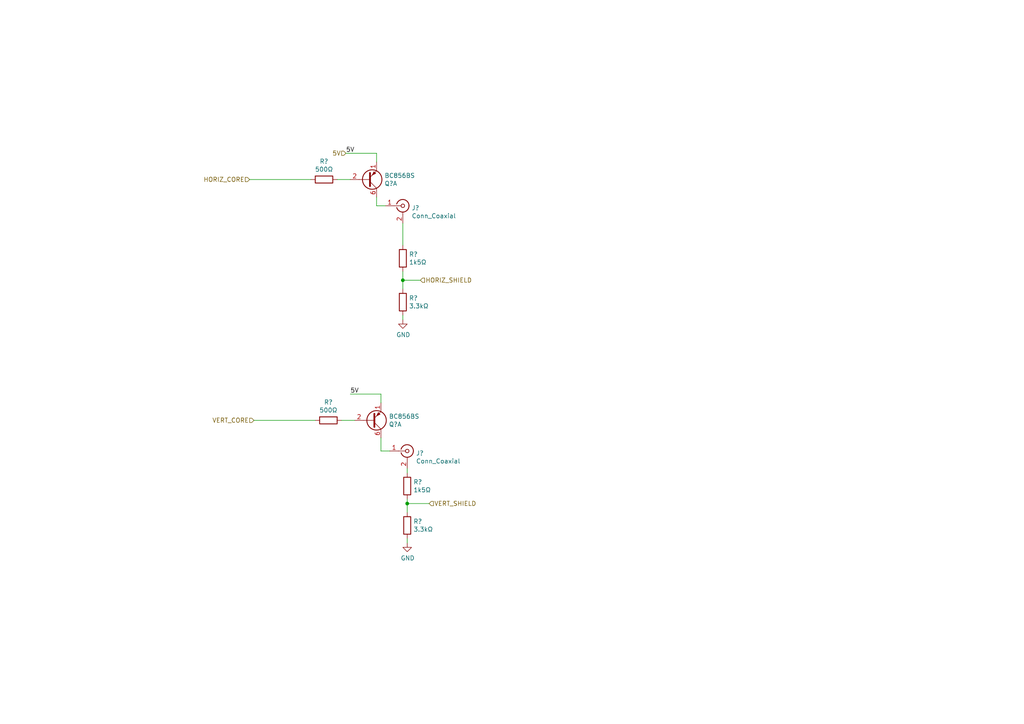
<source format=kicad_sch>
(kicad_sch (version 20211123) (generator eeschema)
  (paper "A4")
  (lib_symbols
    (symbol "Connector:Conn_Coaxial" (pin_names (offset 1.016) hide)
      (property "Reference" "J" (at 0.254 3.048 0))
      (property "Value" "Conn_Coaxial" (at 2.921 0 90))
      (symbol "Conn_Coaxial_0_1"
        (arc (start -1.778 -0.508) (mid 0.222 -1.808) (end 1.778 0) (stroke (width 0.254)))
        (polyline (pts (xy -2.54 0) (xy -0.508 0)))
        (polyline (pts (xy 0 -2.54) (xy 0 -1.778)))
        (circle (center 0 0) (radius 0.508) (stroke (width 0.2032)))
        (arc (start 1.778 0) (mid 0.222 1.8083) (end -1.778 0.508) (stroke (width 0.254)))
      )
      (symbol "Conn_Coaxial_1_1"
        (pin passive line (at -5.08 0 0) (length 2.54) (name "In") (number "1"))
        (pin passive line (at 0 -5.08 90) (length 2.54) (name "Ext") (number "2"))
      )
    )
    (symbol "Device:R" (pin_numbers hide) (pin_names (offset 0))
      (property "Reference" "R" (at 2.032 0 90))
      (property "Value" "R" (at 0 0 90))
      (symbol "R_0_1"
        (rectangle (start -1.016 -2.54) (end 1.016 2.54) (stroke (width 0.254)))
      )
      (symbol "R_1_1"
        (pin passive line (at 0 3.81 270) (length 1.27) (name "~") (number "1"))
        (pin passive line (at 0 -3.81 90) (length 1.27) (name "~") (number "2"))
      )
    )
    (symbol "Transistor_BJT:BC856BS" (pin_names (offset 0) hide)
      (property "Reference" "Q" (at 5.08 1.27 0))
      (property "Value" "BC856BS" (at 5.08 -1.27 0))
      (symbol "BC856BS_0_1"
        (polyline (pts (xy 0.635 0) (xy -2.54 0)))
        (polyline (pts (xy 0.635 0.635) (xy 2.54 2.54)))
        (polyline (pts (xy 0.635 -0.635) (xy 2.54 -2.54) (xy 2.54 -2.54)))
        (polyline (pts (xy 0.635 1.905) (xy 0.635 -1.905) (xy 0.635 -1.905)) (stroke (width 0.508)))
        (polyline (pts (xy 2.286 -1.778) (xy 1.778 -2.286) (xy 1.27 -1.27) (xy 2.286 -1.778) (xy 2.286 -1.778)) (fill (type outline)))
        (circle (center 1.27 0) (radius 2.8194) (stroke (width 0.254)))
      )
      (symbol "BC856BS_1_1"
        (pin passive line (at 2.54 -5.08 90) (length 2.54) (name "E1") (number "1"))
        (pin input line (at -5.08 0 0) (length 2.54) (name "B1") (number "2"))
        (pin passive line (at 2.54 5.08 270) (length 2.54) (name "C1") (number "6"))
      )
      (symbol "BC856BS_2_1"
        (pin passive line (at 2.54 5.08 270) (length 2.54) (name "C2") (number "3"))
        (pin passive line (at 2.54 -5.08 90) (length 2.54) (name "E2") (number "4"))
        (pin input line (at -5.08 0 0) (length 2.54) (name "B2") (number "5"))
      )
    )
    (symbol "power:GND" (power) (pin_names (offset 0))
      (property "Value" "GND" (at 0 -3.81 0))
      (symbol "GND_0_1"
        (polyline (pts (xy 0 0) (xy 0 -1.27) (xy 1.27 -1.27) (xy 0 -2.54) (xy -1.27 -1.27) (xy 0 -1.27)))
      )
      (symbol "GND_1_1"
        (pin power_in line (at 0 0 270) (length 0) hide (name "GND") (number "1"))
      )
    )
  )
  (junction (at 116.84 81.28))
  (junction (at 118.11 146.05))
  (wire (pts (xy 109.22 59.69) (xy 111.76 59.69)))
  (wire (pts (xy 109.22 57.15) (xy 109.22 59.69)))
  (wire (pts (xy 110.49 127) (xy 110.49 130.81)))
  (wire (pts (xy 118.11 144.78) (xy 118.11 146.05)))
  (wire (pts (xy 109.22 46.99) (xy 109.22 44.45)))
  (wire (pts (xy 116.84 81.28) (xy 121.92 81.28)))
  (wire (pts (xy 118.11 156.21) (xy 118.11 157.48)))
  (wire (pts (xy 72.39 52.07) (xy 90.17 52.07)))
  (wire (pts (xy 116.84 91.44) (xy 116.84 92.71)))
  (wire (pts (xy 116.84 81.28) (xy 116.84 83.82)))
  (wire (pts (xy 97.79 52.07) (xy 101.6 52.07)))
  (wire (pts (xy 110.49 130.81) (xy 113.03 130.81)))
  (wire (pts (xy 118.11 146.05) (xy 118.11 148.59)))
  (wire (pts (xy 118.11 146.05) (xy 124.46 146.05)))
  (wire (pts (xy 116.84 64.77) (xy 116.84 71.12)))
  (wire (pts (xy 118.11 135.89) (xy 118.11 137.16)))
  (wire (pts (xy 116.84 78.74) (xy 116.84 81.28)))
  (wire (pts (xy 109.22 44.45) (xy 100.33 44.45)))
  (wire (pts (xy 73.66 121.92) (xy 91.44 121.92)))
  (wire (pts (xy 99.06 121.92) (xy 102.87 121.92)))
  (wire (pts (xy 110.49 114.3) (xy 101.6 114.3)))
  (wire (pts (xy 110.49 116.84) (xy 110.49 114.3)))
  (label "5V" (at 101.6 114.3 0))
  (label "5V" (at 100.33 44.45 0))
  (hierarchical_label "HORIZ_SHIELD" (shape input) (at 121.92 81.28 0))
  (hierarchical_label "VERT_SHIELD" (shape input) (at 124.46 146.05 0))
  (hierarchical_label "HORIZ_CORE" (shape input) (at 72.39 52.07 180))
  (hierarchical_label "5V" (shape input) (at 100.33 44.45 180))
  (hierarchical_label "VERT_CORE" (shape input) (at 73.66 121.92 180))
  (symbol (lib_id "Device:R") (at 116.84 87.63 0) (unit 1)
    (property "Reference" "R?" (at 118.618 86.4616 0) (effects (justify left)))
    (property "Value" "3.3kΩ" (at 118.618 88.773 0) (effects (justify left)))
    (property "Footprint" "Resistor_SMD:R_0805_2012Metric" (effects hide))
  )
  (symbol (lib_id "Device:R") (at 118.11 140.97 0) (unit 1)
    (property "Reference" "R?" (at 119.888 139.8016 0) (effects (justify left)))
    (property "Value" "1k5Ω" (at 119.888 142.113 0) (effects (justify left)))
    (property "Footprint" "Resistor_SMD:R_0805_2012Metric" (effects hide))
  )
  (symbol (lib_id "power:GND") (at 118.11 157.48 0) (unit 1)
    (property "Reference" "#PWR?" (effects hide))
    (property "Value" "GND" (at 118.237 161.8742 0))
  )
  (symbol (lib_id "Device:R") (at 118.11 152.4 0) (unit 1)
    (property "Reference" "R?" (at 119.888 151.2316 0) (effects (justify left)))
    (property "Value" "3.3kΩ" (at 119.888 153.543 0) (effects (justify left)))
    (property "Footprint" "Resistor_SMD:R_0805_2012Metric" (effects hide))
  )
  (symbol (lib_id "Connector:Conn_Coaxial") (at 116.84 59.69 0) (unit 1)
    (property "Reference" "J?" (at 119.38 60.325 0) (effects (justify left)))
    (property "Value" "Conn_Coaxial" (at 119.38 62.6364 0) (effects (justify left)))
    (property "Footprint" "CoaxTester:FB_EPG" (effects hide))
    (property "Datasheet" " ~" (effects hide))
  )
  (symbol (lib_id "Device:R") (at 93.98 52.07 270) (unit 1)
    (property "Reference" "R?" (at 93.98 46.8122 90))
    (property "Value" "500Ω" (at 93.98 49.1236 90))
    (property "Footprint" "Resistor_SMD:R_0805_2012Metric" (effects hide))
  )
  (symbol (lib_id "Device:R") (at 116.84 74.93 0) (unit 1)
    (property "Reference" "R?" (at 118.618 73.7616 0) (effects (justify left)))
    (property "Value" "1k5Ω" (at 118.618 76.073 0) (effects (justify left)))
    (property "Footprint" "Resistor_SMD:R_0805_2012Metric" (effects hide))
  )
  (symbol (lib_id "Transistor_BJT:BC856BS") (at 106.68 52.07 0) (mirror x) (unit 1)
    (property "Reference" "Q?" (at 111.506 53.2384 0) (effects (justify left)))
    (property "Value" "BC856BS" (at 111.506 50.927 0) (effects (justify left)))
    (property "Footprint" "Package_TO_SOT_SMD:SOT-363_SC-70-6" (effects hide))
    (property "Datasheet" "https://assets.nexperia.com/documents/data-sheet/BC856BS.pdf" (effects hide))
  )
  (symbol (lib_id "power:GND") (at 116.84 92.71 0) (unit 1)
    (property "Reference" "#PWR?" (effects hide))
    (property "Value" "GND" (at 116.967 97.1042 0))
  )
  (symbol (lib_id "Connector:Conn_Coaxial") (at 118.11 130.81 0) (unit 1)
    (property "Reference" "J?" (at 120.65 131.445 0) (effects (justify left)))
    (property "Value" "Conn_Coaxial" (at 120.65 133.7564 0) (effects (justify left)))
    (property "Footprint" "CoaxTester:FB_EPG" (effects hide))
    (property "Datasheet" " ~" (effects hide))
  )
  (symbol (lib_id "Device:R") (at 95.25 121.92 270) (unit 1)
    (property "Reference" "R?" (at 95.25 116.6622 90))
    (property "Value" "500Ω" (at 95.25 118.9736 90))
    (property "Footprint" "Resistor_SMD:R_0805_2012Metric" (effects hide))
  )
  (symbol (lib_id "Transistor_BJT:BC856BS") (at 107.95 121.92 0) (mirror x) (unit 1)
    (property "Reference" "Q?" (at 112.776 123.0884 0) (effects (justify left)))
    (property "Value" "BC856BS" (at 112.776 120.777 0) (effects (justify left)))
    (property "Footprint" "Package_TO_SOT_SMD:SOT-363_SC-70-6" (effects hide))
    (property "Datasheet" "https://assets.nexperia.com/documents/data-sheet/BC856BS.pdf" (effects hide))
  )
)
</source>
